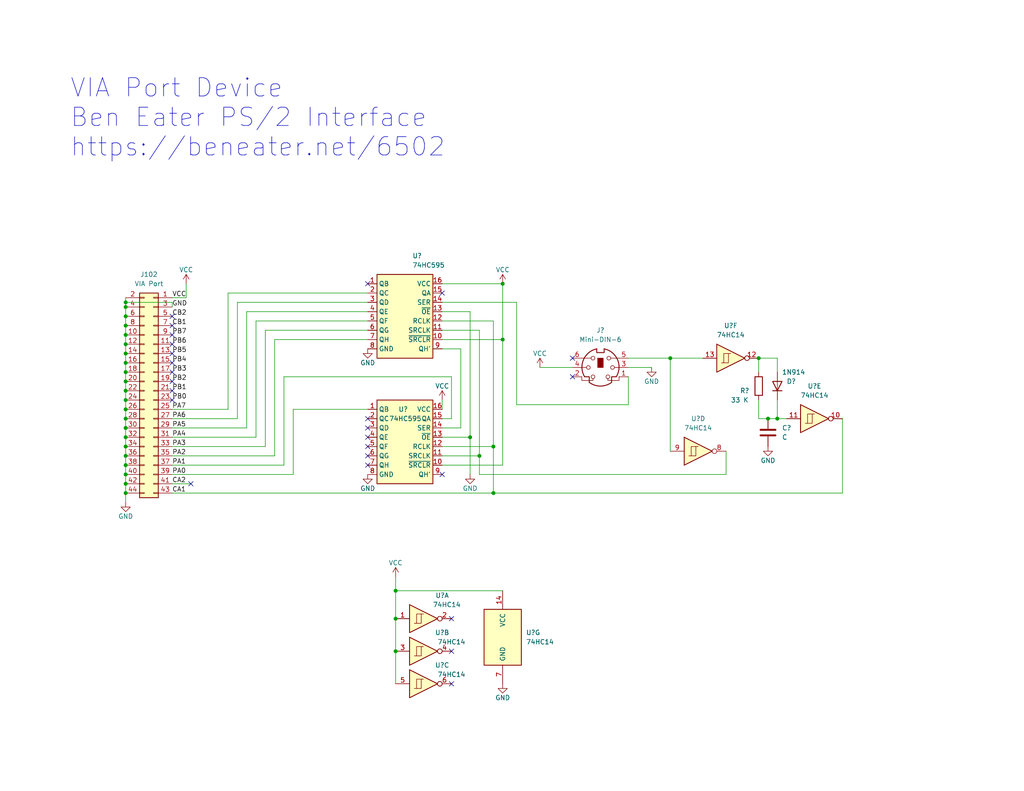
<source format=kicad_sch>
(kicad_sch (version 20211123) (generator eeschema)
  (paper "A")
  (lib_symbols
    (symbol "74xx:74HC14" (pin_names (offset 1.016))
      (property "Reference" "U" (at 0 1.27 0))
      (property "Value" "74HC14" (at 0 -1.27 0))
      (symbol "74HC14_1_0"
        (polyline (pts (xy -3.81 3.81) (xy -3.81 -3.81) (xy 3.81 0) (xy -3.81 3.81)) (stroke (width 0.254)) (fill (type background)))
        (pin input line (at -7.62 0 0) (length 3.81) (name "~") (number "1"))
        (pin output inverted (at 7.62 0 180) (length 3.81) (name "~") (number "2"))
      )
      (symbol "74HC14_1_1"
        (polyline (pts (xy -1.905 -1.27) (xy -1.905 1.27) (xy -0.635 1.27)))
        (polyline (pts (xy -2.54 -1.27) (xy -0.635 -1.27) (xy -0.635 1.27) (xy 0 1.27)))
      )
      (symbol "74HC14_2_0"
        (polyline (pts (xy -3.81 3.81) (xy -3.81 -3.81) (xy 3.81 0) (xy -3.81 3.81)) (stroke (width 0.254)) (fill (type background)))
        (pin input line (at -7.62 0 0) (length 3.81) (name "~") (number "3"))
        (pin output inverted (at 7.62 0 180) (length 3.81) (name "~") (number "4"))
      )
      (symbol "74HC14_2_1"
        (polyline (pts (xy -1.905 -1.27) (xy -1.905 1.27) (xy -0.635 1.27)))
        (polyline (pts (xy -2.54 -1.27) (xy -0.635 -1.27) (xy -0.635 1.27) (xy 0 1.27)))
      )
      (symbol "74HC14_3_0"
        (polyline (pts (xy -3.81 3.81) (xy -3.81 -3.81) (xy 3.81 0) (xy -3.81 3.81)) (stroke (width 0.254)) (fill (type background)))
        (pin input line (at -7.62 0 0) (length 3.81) (name "~") (number "5"))
        (pin output inverted (at 7.62 0 180) (length 3.81) (name "~") (number "6"))
      )
      (symbol "74HC14_3_1"
        (polyline (pts (xy -1.905 -1.27) (xy -1.905 1.27) (xy -0.635 1.27)))
        (polyline (pts (xy -2.54 -1.27) (xy -0.635 -1.27) (xy -0.635 1.27) (xy 0 1.27)))
      )
      (symbol "74HC14_4_0"
        (polyline (pts (xy -3.81 3.81) (xy -3.81 -3.81) (xy 3.81 0) (xy -3.81 3.81)) (stroke (width 0.254)) (fill (type background)))
        (pin output inverted (at 7.62 0 180) (length 3.81) (name "~") (number "8"))
        (pin input line (at -7.62 0 0) (length 3.81) (name "~") (number "9"))
      )
      (symbol "74HC14_4_1"
        (polyline (pts (xy -1.905 -1.27) (xy -1.905 1.27) (xy -0.635 1.27)))
        (polyline (pts (xy -2.54 -1.27) (xy -0.635 -1.27) (xy -0.635 1.27) (xy 0 1.27)))
      )
      (symbol "74HC14_5_0"
        (polyline (pts (xy -3.81 3.81) (xy -3.81 -3.81) (xy 3.81 0) (xy -3.81 3.81)) (stroke (width 0.254)) (fill (type background)))
        (pin output inverted (at 7.62 0 180) (length 3.81) (name "~") (number "10"))
        (pin input line (at -7.62 0 0) (length 3.81) (name "~") (number "11"))
      )
      (symbol "74HC14_5_1"
        (polyline (pts (xy -1.905 -1.27) (xy -1.905 1.27) (xy -0.635 1.27)))
        (polyline (pts (xy -2.54 -1.27) (xy -0.635 -1.27) (xy -0.635 1.27) (xy 0 1.27)))
      )
      (symbol "74HC14_6_0"
        (polyline (pts (xy -3.81 3.81) (xy -3.81 -3.81) (xy 3.81 0) (xy -3.81 3.81)) (stroke (width 0.254)) (fill (type background)))
        (pin output inverted (at 7.62 0 180) (length 3.81) (name "~") (number "12"))
        (pin input line (at -7.62 0 0) (length 3.81) (name "~") (number "13"))
      )
      (symbol "74HC14_6_1"
        (polyline (pts (xy -1.905 -1.27) (xy -1.905 1.27) (xy -0.635 1.27)))
        (polyline (pts (xy -2.54 -1.27) (xy -0.635 -1.27) (xy -0.635 1.27) (xy 0 1.27)))
      )
      (symbol "74HC14_7_0"
        (pin power_in line (at 0 12.7 270) (length 5.08) (name "VCC") (number "14"))
        (pin power_in line (at 0 -12.7 90) (length 5.08) (name "GND") (number "7"))
      )
      (symbol "74HC14_7_1"
        (rectangle (start -5.08 7.62) (end 5.08 -7.62) (stroke (width 0.254)) (fill (type background)))
      )
    )
    (symbol "74xx:74HC595"
      (property "Reference" "U?" (at 2.0194 16.51 0))
      (property "Value" "74HC595" (at 2.0194 13.97 0))
      (symbol "74HC595_1_0"
        (pin tri_state line (at -10.16 8.89 0) (length 2.54) (name "QB") (number "1"))
        (pin input line (at 10.16 -6.35 180) (length 2.54) (name "~{SRCLR}") (number "10"))
        (pin input line (at 10.16 -3.81 180) (length 2.54) (name "SRCLK") (number "11"))
        (pin input line (at 10.16 -1.27 180) (length 2.54) (name "RCLK") (number "12"))
        (pin input line (at 10.16 1.27 180) (length 2.54) (name "~{OE}") (number "13"))
        (pin input line (at 10.16 3.81 180) (length 2.54) (name "SER") (number "14"))
        (pin tri_state line (at 10.16 6.35 180) (length 2.54) (name "QA") (number "15"))
        (pin power_in line (at 10.16 8.89 180) (length 2.54) (name "VCC") (number "16"))
        (pin tri_state line (at -10.16 6.35 0) (length 2.54) (name "QC") (number "2"))
        (pin tri_state line (at -10.16 3.81 0) (length 2.54) (name "QD") (number "3"))
        (pin tri_state line (at -10.16 1.27 0) (length 2.54) (name "QE") (number "4"))
        (pin tri_state line (at -10.16 -1.27 0) (length 2.54) (name "QF") (number "5"))
        (pin tri_state line (at -10.16 -3.81 0) (length 2.54) (name "QG") (number "6"))
        (pin tri_state line (at -10.16 -6.35 0) (length 2.54) (name "QH") (number "7"))
        (pin power_in line (at -10.16 -8.89 0) (length 2.54) (name "GND") (number "8"))
        (pin output line (at 10.16 -8.89 180) (length 2.54) (name "QH'") (number "9"))
      )
      (symbol "74HC595_1_1"
        (rectangle (start -7.62 11.43) (end 7.62 -11.43) (stroke (width 0.254)) (fill (type background)))
      )
    )
    (symbol "Connector:Mini-DIN-6" (pin_names (offset 1.016))
      (property "Reference" "J" (at 0 6.35 0))
      (property "Value" "Mini-DIN-6" (at 0 -6.35 0))
      (symbol "Mini-DIN-6_0_1"
        (circle (center -3.302 0) (radius 0.508))
        (arc (start -3.048 -4.064) (mid 0 -5.08) (end 3.048 -4.064) (stroke (width 0.254)))
        (circle (center -2.032 -2.54) (radius 0.508))
        (circle (center -2.032 2.54) (radius 0.508))
        (arc (start -1.016 5.08) (mid -4.6228 2.1214) (end -4.318 -2.54) (stroke (width 0.254)))
        (rectangle (start -0.762 2.54) (end 0.762 0) (fill (type outline)))
        (polyline (pts (xy -3.81 0) (xy -5.08 0)))
        (polyline (pts (xy -2.54 2.54) (xy -5.08 2.54)))
        (polyline (pts (xy 2.794 2.54) (xy 5.08 2.54)))
        (polyline (pts (xy 5.08 0) (xy 3.81 0)))
        (polyline (pts (xy -4.318 -2.54) (xy -3.048 -2.54) (xy -3.048 -4.064)) (stroke (width 0.254)))
        (polyline (pts (xy 4.318 -2.54) (xy 3.048 -2.54) (xy 3.048 -4.064)) (stroke (width 0.254)))
        (polyline (pts (xy -2.032 -3.048) (xy -2.032 -3.556) (xy -5.08 -3.556) (xy -5.08 -2.54)))
        (polyline (pts (xy -1.016 5.08) (xy -1.016 4.064) (xy 1.016 4.064) (xy 1.016 5.08)) (stroke (width 0.254)))
        (polyline (pts (xy 2.032 -3.048) (xy 2.032 -3.556) (xy 5.08 -3.556) (xy 5.08 -2.54)))
        (circle (center 2.032 -2.54) (radius 0.508))
        (circle (center 2.286 2.54) (radius 0.508))
        (circle (center 3.302 0) (radius 0.508))
        (arc (start 4.318 -2.54) (mid 4.6661 2.1322) (end 1.016 5.08) (stroke (width 0.254)))
      )
      (symbol "Mini-DIN-6_1_1"
        (pin passive line (at 7.62 -2.54 180) (length 2.54) (name "~") (number "1"))
        (pin passive line (at -7.62 -2.54 0) (length 2.54) (name "~") (number "2"))
        (pin passive line (at 7.62 0 180) (length 2.54) (name "~") (number "3"))
        (pin passive line (at -7.62 0 0) (length 2.54) (name "~") (number "4"))
        (pin passive line (at 7.62 2.54 180) (length 2.54) (name "~") (number "5"))
        (pin passive line (at -7.62 2.54 0) (length 2.54) (name "~") (number "6"))
      )
    )
    (symbol "Connector_Generic:Conn_02x22_Odd_Even" (pin_names (offset 1.016) hide)
      (property "Reference" "J" (at 1.27 27.94 0))
      (property "Value" "Conn_02x22_Odd_Even" (at 1.27 -30.48 0))
      (symbol "Conn_02x22_Odd_Even_1_1"
        (rectangle (start -1.27 -27.813) (end 0 -28.067) (stroke (width 0.1524)))
        (rectangle (start -1.27 -25.273) (end 0 -25.527) (stroke (width 0.1524)))
        (rectangle (start -1.27 -22.733) (end 0 -22.987) (stroke (width 0.1524)))
        (rectangle (start -1.27 -20.193) (end 0 -20.447) (stroke (width 0.1524)))
        (rectangle (start -1.27 -17.653) (end 0 -17.907) (stroke (width 0.1524)))
        (rectangle (start -1.27 -15.113) (end 0 -15.367) (stroke (width 0.1524)))
        (rectangle (start -1.27 -12.573) (end 0 -12.827) (stroke (width 0.1524)))
        (rectangle (start -1.27 -10.033) (end 0 -10.287) (stroke (width 0.1524)))
        (rectangle (start -1.27 -7.493) (end 0 -7.747) (stroke (width 0.1524)))
        (rectangle (start -1.27 -4.953) (end 0 -5.207) (stroke (width 0.1524)))
        (rectangle (start -1.27 -2.413) (end 0 -2.667) (stroke (width 0.1524)))
        (rectangle (start -1.27 0.127) (end 0 -0.127) (stroke (width 0.1524)))
        (rectangle (start -1.27 2.667) (end 0 2.413) (stroke (width 0.1524)))
        (rectangle (start -1.27 5.207) (end 0 4.953) (stroke (width 0.1524)))
        (rectangle (start -1.27 7.747) (end 0 7.493) (stroke (width 0.1524)))
        (rectangle (start -1.27 10.287) (end 0 10.033) (stroke (width 0.1524)))
        (rectangle (start -1.27 12.827) (end 0 12.573) (stroke (width 0.1524)))
        (rectangle (start -1.27 15.367) (end 0 15.113) (stroke (width 0.1524)))
        (rectangle (start -1.27 17.907) (end 0 17.653) (stroke (width 0.1524)))
        (rectangle (start -1.27 20.447) (end 0 20.193) (stroke (width 0.1524)))
        (rectangle (start -1.27 22.987) (end 0 22.733) (stroke (width 0.1524)))
        (rectangle (start -1.27 25.527) (end 0 25.273) (stroke (width 0.1524)))
        (rectangle (start -1.27 26.67) (end 3.81 -29.21) (stroke (width 0.254)) (fill (type background)))
        (rectangle (start 3.81 -27.813) (end 2.54 -28.067) (stroke (width 0.1524)))
        (rectangle (start 3.81 -25.273) (end 2.54 -25.527) (stroke (width 0.1524)))
        (rectangle (start 3.81 -22.733) (end 2.54 -22.987) (stroke (width 0.1524)))
        (rectangle (start 3.81 -20.193) (end 2.54 -20.447) (stroke (width 0.1524)))
        (rectangle (start 3.81 -17.653) (end 2.54 -17.907) (stroke (width 0.1524)))
        (rectangle (start 3.81 -15.113) (end 2.54 -15.367) (stroke (width 0.1524)))
        (rectangle (start 3.81 -12.573) (end 2.54 -12.827) (stroke (width 0.1524)))
        (rectangle (start 3.81 -10.033) (end 2.54 -10.287) (stroke (width 0.1524)))
        (rectangle (start 3.81 -7.493) (end 2.54 -7.747) (stroke (width 0.1524)))
        (rectangle (start 3.81 -4.953) (end 2.54 -5.207) (stroke (width 0.1524)))
        (rectangle (start 3.81 -2.413) (end 2.54 -2.667) (stroke (width 0.1524)))
        (rectangle (start 3.81 0.127) (end 2.54 -0.127) (stroke (width 0.1524)))
        (rectangle (start 3.81 2.667) (end 2.54 2.413) (stroke (width 0.1524)))
        (rectangle (start 3.81 5.207) (end 2.54 4.953) (stroke (width 0.1524)))
        (rectangle (start 3.81 7.747) (end 2.54 7.493) (stroke (width 0.1524)))
        (rectangle (start 3.81 10.287) (end 2.54 10.033) (stroke (width 0.1524)))
        (rectangle (start 3.81 12.827) (end 2.54 12.573) (stroke (width 0.1524)))
        (rectangle (start 3.81 15.367) (end 2.54 15.113) (stroke (width 0.1524)))
        (rectangle (start 3.81 17.907) (end 2.54 17.653) (stroke (width 0.1524)))
        (rectangle (start 3.81 20.447) (end 2.54 20.193) (stroke (width 0.1524)))
        (rectangle (start 3.81 22.987) (end 2.54 22.733) (stroke (width 0.1524)))
        (rectangle (start 3.81 25.527) (end 2.54 25.273) (stroke (width 0.1524)))
        (pin passive line (at -5.08 25.4 0) (length 3.81) (name "Pin_1") (number "1"))
        (pin passive line (at 7.62 15.24 180) (length 3.81) (name "Pin_10") (number "10"))
        (pin passive line (at -5.08 12.7 0) (length 3.81) (name "Pin_11") (number "11"))
        (pin passive line (at 7.62 12.7 180) (length 3.81) (name "Pin_12") (number "12"))
        (pin passive line (at -5.08 10.16 0) (length 3.81) (name "Pin_13") (number "13"))
        (pin passive line (at 7.62 10.16 180) (length 3.81) (name "Pin_14") (number "14"))
        (pin passive line (at -5.08 7.62 0) (length 3.81) (name "Pin_15") (number "15"))
        (pin passive line (at 7.62 7.62 180) (length 3.81) (name "Pin_16") (number "16"))
        (pin passive line (at -5.08 5.08 0) (length 3.81) (name "Pin_17") (number "17"))
        (pin passive line (at 7.62 5.08 180) (length 3.81) (name "Pin_18") (number "18"))
        (pin passive line (at -5.08 2.54 0) (length 3.81) (name "Pin_19") (number "19"))
        (pin passive line (at 7.62 25.4 180) (length 3.81) (name "Pin_2") (number "2"))
        (pin passive line (at 7.62 2.54 180) (length 3.81) (name "Pin_20") (number "20"))
        (pin passive line (at -5.08 0 0) (length 3.81) (name "Pin_21") (number "21"))
        (pin passive line (at 7.62 0 180) (length 3.81) (name "Pin_22") (number "22"))
        (pin passive line (at -5.08 -2.54 0) (length 3.81) (name "Pin_23") (number "23"))
        (pin passive line (at 7.62 -2.54 180) (length 3.81) (name "Pin_24") (number "24"))
        (pin passive line (at -5.08 -5.08 0) (length 3.81) (name "Pin_25") (number "25"))
        (pin passive line (at 7.62 -5.08 180) (length 3.81) (name "Pin_26") (number "26"))
        (pin passive line (at -5.08 -7.62 0) (length 3.81) (name "Pin_27") (number "27"))
        (pin passive line (at 7.62 -7.62 180) (length 3.81) (name "Pin_28") (number "28"))
        (pin passive line (at -5.08 -10.16 0) (length 3.81) (name "Pin_29") (number "29"))
        (pin passive line (at -5.08 22.86 0) (length 3.81) (name "Pin_3") (number "3"))
        (pin passive line (at 7.62 -10.16 180) (length 3.81) (name "Pin_30") (number "30"))
        (pin passive line (at -5.08 -12.7 0) (length 3.81) (name "Pin_31") (number "31"))
        (pin passive line (at 7.62 -12.7 180) (length 3.81) (name "Pin_32") (number "32"))
        (pin passive line (at -5.08 -15.24 0) (length 3.81) (name "Pin_33") (number "33"))
        (pin passive line (at 7.62 -15.24 180) (length 3.81) (name "Pin_34") (number "34"))
        (pin passive line (at -5.08 -17.78 0) (length 3.81) (name "Pin_35") (number "35"))
        (pin passive line (at 7.62 -17.78 180) (length 3.81) (name "Pin_36") (number "36"))
        (pin passive line (at -5.08 -20.32 0) (length 3.81) (name "Pin_37") (number "37"))
        (pin passive line (at 7.62 -20.32 180) (length 3.81) (name "Pin_38") (number "38"))
        (pin passive line (at -5.08 -22.86 0) (length 3.81) (name "Pin_39") (number "39"))
        (pin passive line (at 7.62 22.86 180) (length 3.81) (name "Pin_4") (number "4"))
        (pin passive line (at 7.62 -22.86 180) (length 3.81) (name "Pin_40") (number "40"))
        (pin passive line (at -5.08 -25.4 0) (length 3.81) (name "Pin_41") (number "41"))
        (pin passive line (at 7.62 -25.4 180) (length 3.81) (name "Pin_42") (number "42"))
        (pin passive line (at -5.08 -27.94 0) (length 3.81) (name "Pin_43") (number "43"))
        (pin passive line (at 7.62 -27.94 180) (length 3.81) (name "Pin_44") (number "44"))
        (pin passive line (at -5.08 20.32 0) (length 3.81) (name "Pin_5") (number "5"))
        (pin passive line (at 7.62 20.32 180) (length 3.81) (name "Pin_6") (number "6"))
        (pin passive line (at -5.08 17.78 0) (length 3.81) (name "Pin_7") (number "7"))
        (pin passive line (at 7.62 17.78 180) (length 3.81) (name "Pin_8") (number "8"))
        (pin passive line (at -5.08 15.24 0) (length 3.81) (name "Pin_9") (number "9"))
      )
    )
    (symbol "Device:C" (pin_numbers hide) (pin_names (offset 0.254))
      (property "Reference" "C" (at 0.635 2.54 0))
      (property "Value" "C" (at 0.635 -2.54 0))
      (symbol "C_0_1"
        (polyline (pts (xy -2.032 -0.762) (xy 2.032 -0.762)) (stroke (width 0.508)))
        (polyline (pts (xy -2.032 0.762) (xy 2.032 0.762)) (stroke (width 0.508)))
      )
      (symbol "C_1_1"
        (pin passive line (at 0 3.81 270) (length 2.794) (name "~") (number "1"))
        (pin passive line (at 0 -3.81 90) (length 2.794) (name "~") (number "2"))
      )
    )
    (symbol "Device:R" (pin_numbers hide) (pin_names (offset 0))
      (property "Reference" "R" (at 2.032 0 90))
      (property "Value" "R" (at 0 0 90))
      (symbol "R_0_1"
        (rectangle (start -1.016 -2.54) (end 1.016 2.54) (stroke (width 0.254)))
      )
      (symbol "R_1_1"
        (pin passive line (at 0 3.81 270) (length 1.27) (name "~") (number "1"))
        (pin passive line (at 0 -3.81 90) (length 1.27) (name "~") (number "2"))
      )
    )
    (symbol "Diode:1N914" (pin_numbers hide) (pin_names hide)
      (property "Reference" "D" (at 0 2.54 0))
      (property "Value" "1N914" (at 0 -2.54 0))
      (symbol "1N914_0_1"
        (polyline (pts (xy -1.27 1.27) (xy -1.27 -1.27)) (stroke (width 0.254)))
        (polyline (pts (xy 1.27 0) (xy -1.27 0)))
        (polyline (pts (xy 1.27 1.27) (xy 1.27 -1.27) (xy -1.27 0) (xy 1.27 1.27)) (stroke (width 0.254)))
      )
      (symbol "1N914_1_1"
        (pin passive line (at -3.81 0 0) (length 2.54) (name "K") (number "1"))
        (pin passive line (at 3.81 0 180) (length 2.54) (name "A") (number "2"))
      )
    )
    (symbol "GND_2" (power) (pin_names (offset 0))
      (property "Value" "GND_2" (at 0 -3.81 0))
      (symbol "GND_2_0_1"
        (polyline (pts (xy 0 0) (xy 0 -1.27) (xy 1.27 -1.27) (xy 0 -2.54) (xy -1.27 -1.27) (xy 0 -1.27)))
      )
      (symbol "GND_2_1_1"
        (pin power_in line (at 0 0 270) (length 0) hide (name "GND") (number "1"))
      )
    )
    (symbol "power:VCC" (power) (pin_names (offset 0))
      (property "Value" "VCC" (at 0 3.81 0))
      (symbol "VCC_0_1"
        (polyline (pts (xy -0.762 1.27) (xy 0 2.54)))
        (polyline (pts (xy 0 0) (xy 0 2.54)))
        (polyline (pts (xy 0 2.54) (xy 0.762 1.27)))
      )
      (symbol "VCC_1_1"
        (pin power_in line (at 0 0 90) (length 0) hide (name "VCC") (number "1"))
      )
    )
  )
  (junction (at 34.29 119.38))
  (junction (at 34.29 127))
  (junction (at 34.29 132.08))
  (junction (at 34.29 86.36))
  (junction (at 34.29 116.84))
  (junction (at 212.09 114.3))
  (junction (at 34.29 111.76))
  (junction (at 34.29 106.68))
  (junction (at 134.62 134.62))
  (junction (at 137.16 92.71))
  (junction (at 34.29 114.3))
  (junction (at 34.29 99.06))
  (junction (at 34.29 101.6))
  (junction (at 130.81 124.46))
  (junction (at 34.29 83.82))
  (junction (at 34.29 124.46))
  (junction (at 107.95 161.29))
  (junction (at 34.29 93.98))
  (junction (at 134.62 121.92))
  (junction (at 137.16 77.47))
  (junction (at 34.29 129.54))
  (junction (at 207.01 97.79))
  (junction (at 128.27 119.38))
  (junction (at 209.55 114.3))
  (junction (at 107.95 168.91))
  (junction (at 182.88 97.79))
  (junction (at 34.29 109.22))
  (junction (at 34.29 104.14))
  (junction (at 34.29 96.52))
  (junction (at 34.29 91.44))
  (junction (at 34.29 134.62))
  (junction (at 34.29 82.55))
  (junction (at 34.29 88.9))
  (junction (at 34.29 121.92))
  (junction (at 107.95 177.8))
  (no_connect (at 52.07 132.08))
  (no_connect (at 100.33 124.46))
  (no_connect (at 100.33 77.47))
  (no_connect (at 156.21 97.79))
  (no_connect (at 46.99 104.14))
  (no_connect (at 123.19 168.91))
  (no_connect (at 156.21 102.87))
  (no_connect (at 46.99 101.6))
  (no_connect (at 100.33 127))
  (no_connect (at 100.33 119.38))
  (no_connect (at 46.99 86.36))
  (no_connect (at 120.65 80.01))
  (no_connect (at 100.33 116.84))
  (no_connect (at 46.99 96.52))
  (no_connect (at 46.99 91.44))
  (no_connect (at 46.99 88.9))
  (no_connect (at 46.99 99.06))
  (no_connect (at 123.19 186.69))
  (no_connect (at 46.99 109.22))
  (no_connect (at 123.19 177.8))
  (no_connect (at 100.33 121.92))
  (no_connect (at 120.65 129.54))
  (no_connect (at 100.33 114.3))
  (no_connect (at 46.99 93.98))
  (no_connect (at 46.99 106.68))
  (wire (pts (xy 171.45 102.87) (xy 171.45 110.49)))
  (wire (pts (xy 34.29 86.36) (xy 34.29 88.9)))
  (wire (pts (xy 72.39 90.17) (xy 72.39 121.92)))
  (wire (pts (xy 69.85 119.38) (xy 46.99 119.38)))
  (wire (pts (xy 64.77 114.3) (xy 46.99 114.3)))
  (wire (pts (xy 212.09 114.3) (xy 214.63 114.3)))
  (wire (pts (xy 120.65 87.63) (xy 134.62 87.63)))
  (wire (pts (xy 100.33 85.09) (xy 67.31 85.09)))
  (wire (pts (xy 207.01 97.79) (xy 207.01 101.6)))
  (wire (pts (xy 107.95 161.29) (xy 107.95 168.91)))
  (wire (pts (xy 34.29 88.9) (xy 34.29 91.44)))
  (wire (pts (xy 130.81 129.54) (xy 130.81 124.46)))
  (wire (pts (xy 77.47 102.87) (xy 77.47 127)))
  (wire (pts (xy 69.85 87.63) (xy 69.85 119.38)))
  (wire (pts (xy 120.65 124.46) (xy 130.81 124.46)))
  (wire (pts (xy 120.65 92.71) (xy 137.16 92.71)))
  (wire (pts (xy 137.16 92.71) (xy 137.16 77.47)))
  (wire (pts (xy 182.88 97.79) (xy 182.88 123.19)))
  (wire (pts (xy 34.29 121.92) (xy 34.29 124.46)))
  (wire (pts (xy 100.33 90.17) (xy 72.39 90.17)))
  (wire (pts (xy 62.23 111.76) (xy 46.99 111.76)))
  (wire (pts (xy 120.65 95.25) (xy 125.73 95.25)))
  (wire (pts (xy 46.99 83.82) (xy 46.99 82.55)))
  (wire (pts (xy 34.29 109.22) (xy 34.29 111.76)))
  (wire (pts (xy 229.87 114.3) (xy 229.87 134.62)))
  (wire (pts (xy 74.93 124.46) (xy 46.99 124.46)))
  (wire (pts (xy 207.01 114.3) (xy 209.55 114.3)))
  (wire (pts (xy 34.29 81.28) (xy 34.29 82.55)))
  (wire (pts (xy 34.29 132.08) (xy 34.29 134.62)))
  (wire (pts (xy 34.29 119.38) (xy 34.29 121.92)))
  (wire (pts (xy 80.01 129.54) (xy 46.99 129.54)))
  (wire (pts (xy 130.81 90.17) (xy 130.81 124.46)))
  (wire (pts (xy 34.29 114.3) (xy 34.29 116.84)))
  (wire (pts (xy 134.62 134.62) (xy 229.87 134.62)))
  (wire (pts (xy 120.65 119.38) (xy 128.27 119.38)))
  (wire (pts (xy 120.65 127) (xy 137.16 127)))
  (wire (pts (xy 34.29 101.6) (xy 34.29 104.14)))
  (wire (pts (xy 212.09 97.79) (xy 207.01 97.79)))
  (wire (pts (xy 74.93 92.71) (xy 74.93 124.46)))
  (wire (pts (xy 34.29 127) (xy 34.29 129.54)))
  (wire (pts (xy 125.73 116.84) (xy 120.65 116.84)))
  (wire (pts (xy 182.88 97.79) (xy 191.77 97.79)))
  (wire (pts (xy 100.33 92.71) (xy 74.93 92.71)))
  (wire (pts (xy 67.31 85.09) (xy 67.31 116.84)))
  (wire (pts (xy 137.16 127) (xy 137.16 92.71)))
  (wire (pts (xy 137.16 161.29) (xy 107.95 161.29)))
  (wire (pts (xy 77.47 127) (xy 46.99 127)))
  (wire (pts (xy 107.95 157.48) (xy 107.95 161.29)))
  (wire (pts (xy 198.12 123.19) (xy 198.12 129.54)))
  (wire (pts (xy 128.27 119.38) (xy 128.27 129.54)))
  (wire (pts (xy 171.45 110.49) (xy 140.97 110.49)))
  (wire (pts (xy 137.16 77.47) (xy 120.65 77.47)))
  (wire (pts (xy 34.29 96.52) (xy 34.29 99.06)))
  (wire (pts (xy 34.29 116.84) (xy 34.29 119.38)))
  (wire (pts (xy 50.8 81.28) (xy 46.99 81.28)))
  (wire (pts (xy 128.27 85.09) (xy 128.27 119.38)))
  (wire (pts (xy 67.31 116.84) (xy 46.99 116.84)))
  (wire (pts (xy 100.33 82.55) (xy 64.77 82.55)))
  (wire (pts (xy 34.29 93.98) (xy 34.29 96.52)))
  (wire (pts (xy 171.45 97.79) (xy 182.88 97.79)))
  (wire (pts (xy 46.99 82.55) (xy 34.29 82.55)))
  (wire (pts (xy 100.33 111.76) (xy 80.01 111.76)))
  (wire (pts (xy 212.09 97.79) (xy 212.09 101.6)))
  (wire (pts (xy 62.23 80.01) (xy 62.23 111.76)))
  (wire (pts (xy 125.73 95.25) (xy 125.73 116.84)))
  (wire (pts (xy 34.29 99.06) (xy 34.29 101.6)))
  (wire (pts (xy 134.62 87.63) (xy 134.62 121.92)))
  (wire (pts (xy 34.29 106.68) (xy 34.29 109.22)))
  (wire (pts (xy 120.65 121.92) (xy 134.62 121.92)))
  (wire (pts (xy 80.01 111.76) (xy 80.01 129.54)))
  (wire (pts (xy 64.77 82.55) (xy 64.77 114.3)))
  (wire (pts (xy 212.09 109.22) (xy 212.09 114.3)))
  (wire (pts (xy 34.29 82.55) (xy 34.29 83.82)))
  (wire (pts (xy 207.01 109.22) (xy 207.01 114.3)))
  (wire (pts (xy 209.55 114.3) (xy 212.09 114.3)))
  (wire (pts (xy 34.29 111.76) (xy 34.29 114.3)))
  (wire (pts (xy 34.29 129.54) (xy 34.29 132.08)))
  (wire (pts (xy 134.62 121.92) (xy 134.62 134.62)))
  (wire (pts (xy 46.99 134.62) (xy 134.62 134.62)))
  (wire (pts (xy 123.19 114.3) (xy 123.19 102.87)))
  (wire (pts (xy 107.95 168.91) (xy 107.95 177.8)))
  (wire (pts (xy 120.65 85.09) (xy 128.27 85.09)))
  (wire (pts (xy 120.65 109.22) (xy 120.65 111.76)))
  (wire (pts (xy 34.29 124.46) (xy 34.29 127)))
  (wire (pts (xy 123.19 102.87) (xy 77.47 102.87)))
  (wire (pts (xy 34.29 134.62) (xy 34.29 137.16)))
  (wire (pts (xy 140.97 82.55) (xy 120.65 82.55)))
  (wire (pts (xy 107.95 177.8) (xy 107.95 186.69)))
  (wire (pts (xy 130.81 90.17) (xy 120.65 90.17)))
  (wire (pts (xy 120.65 114.3) (xy 123.19 114.3)))
  (wire (pts (xy 34.29 104.14) (xy 34.29 106.68)))
  (wire (pts (xy 198.12 129.54) (xy 130.81 129.54)))
  (wire (pts (xy 72.39 121.92) (xy 46.99 121.92)))
  (wire (pts (xy 140.97 110.49) (xy 140.97 82.55)))
  (wire (pts (xy 147.32 100.33) (xy 156.21 100.33)))
  (wire (pts (xy 100.33 87.63) (xy 69.85 87.63)))
  (wire (pts (xy 52.07 132.08) (xy 46.99 132.08)))
  (wire (pts (xy 34.29 91.44) (xy 34.29 93.98)))
  (wire (pts (xy 50.8 77.47) (xy 50.8 81.28)))
  (wire (pts (xy 177.8 100.33) (xy 171.45 100.33)))
  (wire (pts (xy 100.33 80.01) (xy 62.23 80.01)))
  (wire (pts (xy 34.29 83.82) (xy 34.29 86.36)))
  (text "VIA Port Device\nBen Eater PS/2 Interface\nhttps://beneater.net/6502\n" (at 19.05 43.18 0) (effects (font (size 5 5)) (justify left bottom)))
  (label "PB0" (at 46.99 109.22 0))
  (label "CB2" (at 46.99 86.36 0))
  (label "CA1" (at 46.99 134.62 0))
  (label "GND" (at 46.99 83.82 0))
  (label "PB6" (at 46.99 93.98 0))
  (label "PA4" (at 46.99 119.38 0))
  (label "PB1" (at 46.99 106.68 0))
  (label "PA5" (at 46.99 116.84 0))
  (label "PA1" (at 46.99 127 0))
  (label "PA3" (at 46.99 121.92 0))
  (label "PA7" (at 46.99 111.76 0))
  (label "VCC" (at 46.99 81.28 0))
  (label "PB3" (at 46.99 101.6 0))
  (label "CB1" (at 46.99 88.9 0))
  (label "PA0" (at 46.99 129.54 0))
  (label "PA2" (at 46.99 124.46 0))
  (label "PB7" (at 46.99 91.44 0))
  (label "PA6" (at 46.99 114.3 0))
  (label "CA2" (at 46.99 132.08 0))
  (label "PB2" (at 46.99 104.14 0))
  (label "PB5" (at 46.99 96.52 0))
  (label "PB4" (at 46.99 99.06 0))
  (symbol (lib_id "74xx:74HC595") (at 110.49 86.36 0) (unit 1)
    (property "Reference" "U?" (at 112.5094 69.85 0) (effects (justify left)))
    (property "Value" "74HC595" (at 112.5094 72.39 0) (effects (justify left)))
    (property "Datasheet" "http://www.ti.com/lit/ds/symlink/sn74hc595.pdf" (effects hide))
  )
  (symbol (lib_id "Device:C") (at 209.55 118.11 0) (unit 1)
    (property "Reference" "C?" (at 213.36 116.8399 0) (effects (justify left)))
    (property "Value" "C" (at 213.36 119.3799 0) (effects (justify left)))
  )
  (symbol (lib_name "GND_2") (lib_id "power:GND") (at 100.33 129.54 0) (unit 1)
    (property "Reference" "#PWR?" (effects hide))
    (property "Value" "GND" (at 100.33 133.35 0))
  )
  (symbol (lib_id "Diode:1N914") (at 212.09 105.41 270) (mirror x) (unit 1)
    (property "Reference" "D?" (at 214.63 104.1399 90) (effects (justify left)))
    (property "Value" "1N914" (at 213.36 101.5999 90) (effects (justify left)))
    (property "Footprint" "Diode_THT:D_DO-35_SOD27_P7.62mm_Horizontal" (effects hide))
    (property "Datasheet" "http://www.vishay.com/docs/85622/1n914.pdf" (effects hide))
  )
  (symbol (lib_id "74xx:74HC14") (at 199.39 97.79 0) (unit 6)
    (property "Reference" "U?" (at 199.39 88.9 0))
    (property "Value" "74HC14" (at 199.39 91.44 0))
    (property "Datasheet" "http://www.ti.com/lit/gpn/sn74HC14" (effects hide))
  )
  (symbol (lib_id "74xx:74HC14") (at 137.16 173.99 0) (unit 7)
    (property "Reference" "U?" (at 143.51 172.7199 0) (effects (justify left)))
    (property "Value" "74HC14" (at 143.51 175.2599 0) (effects (justify left)))
    (property "Datasheet" "http://www.ti.com/lit/gpn/sn74HC14" (effects hide))
  )
  (symbol (lib_id "Connector:Mini-DIN-6") (at 163.83 100.33 0) (unit 1)
    (property "Reference" "J?" (at 163.8477 90.17 0))
    (property "Value" "Mini-DIN-6" (at 163.8477 92.71 0))
    (property "Datasheet" "http://service.powerdynamics.com/ec/Catalog17/Section%2011.pdf" (effects hide))
  )
  (symbol (lib_name "GND_2") (lib_id "power:GND") (at 137.16 186.69 0) (unit 1)
    (property "Reference" "#PWR?" (effects hide))
    (property "Value" "GND" (at 137.16 190.5 0))
  )
  (symbol (lib_name "GND_2") (lib_id "power:GND") (at 209.55 121.92 0) (unit 1)
    (property "Reference" "#PWR?" (effects hide))
    (property "Value" "GND" (at 209.55 125.73 0))
  )
  (symbol (lib_name "GND_2") (lib_id "power:GND") (at 34.29 137.16 0) (unit 1)
    (property "Reference" "#PWR0218" (effects hide))
    (property "Value" "GND" (at 34.29 140.97 0))
  )
  (symbol (lib_name "GND_2") (lib_id "power:GND") (at 177.8 100.33 0) (unit 1)
    (property "Reference" "#PWR?" (effects hide))
    (property "Value" "GND" (at 177.8 104.14 0))
  )
  (symbol (lib_id "74xx:74HC14") (at 190.5 123.19 0) (unit 4)
    (property "Reference" "U?" (at 190.5 114.3 0))
    (property "Value" "74HC14" (at 190.5 116.84 0))
    (property "Datasheet" "http://www.ti.com/lit/gpn/sn74HC14" (effects hide))
  )
  (symbol (lib_id "power:VCC") (at 147.32 100.33 0) (unit 1)
    (property "Reference" "#PWR?" (effects hide))
    (property "Value" "VCC" (at 147.32 96.52 0))
  )
  (symbol (lib_id "74xx:74HC14") (at 115.57 177.8 0) (unit 2)
    (property "Reference" "U?" (at 120.65 172.72 0))
    (property "Value" "74HC14" (at 123.19 175.26 0))
    (property "Datasheet" "http://www.ti.com/lit/gpn/sn74HC14" (effects hide))
  )
  (symbol (lib_id "Device:R") (at 207.01 105.41 0) (unit 1)
    (property "Reference" "R?" (at 201.93 106.6799 0) (effects (justify left)))
    (property "Value" "33 K" (at 199.39 109.2199 0) (effects (justify left)))
  )
  (symbol (lib_id "Connector_Generic:Conn_02x22_Odd_Even") (at 41.91 106.68 0) (mirror y) (unit 1)
    (property "Reference" "J102" (at 40.64 74.93 0))
    (property "Value" "VIA Port" (at 40.64 77.47 0))
  )
  (symbol (lib_id "power:VCC") (at 50.8 77.47 0) (unit 1)
    (property "Reference" "#PWR0219" (effects hide))
    (property "Value" "VCC" (at 50.8 73.66 0))
  )
  (symbol (lib_id "74xx:74HC14") (at 222.25 114.3 0) (unit 5)
    (property "Reference" "U?" (at 222.25 105.41 0))
    (property "Value" "74HC14" (at 222.25 107.95 0))
    (property "Datasheet" "http://www.ti.com/lit/gpn/sn74HC14" (effects hide))
  )
  (symbol (lib_id "power:VCC") (at 120.65 109.22 0) (unit 1)
    (property "Reference" "#PWR?" (effects hide))
    (property "Value" "VCC" (at 120.65 105.41 0))
  )
  (symbol (lib_id "74xx:74HC595") (at 110.49 120.65 0) (unit 1)
    (property "Reference" "U?" (at 108.6994 111.76 0) (effects (justify left)))
    (property "Value" "74HC595" (at 106.1594 114.3 0) (effects (justify left)))
    (property "Datasheet" "http://www.ti.com/lit/ds/symlink/sn74hc595.pdf" (effects hide))
  )
  (symbol (lib_id "74xx:74HC14") (at 115.57 186.69 0) (unit 3)
    (property "Reference" "U?" (at 120.65 181.61 0))
    (property "Value" "74HC14" (at 123.19 184.15 0))
    (property "Datasheet" "http://www.ti.com/lit/gpn/sn74HC14" (effects hide))
  )
  (symbol (lib_name "GND_2") (lib_id "power:GND") (at 128.27 129.54 0) (unit 1)
    (property "Reference" "#PWR?" (effects hide))
    (property "Value" "GND" (at 128.27 133.35 0))
  )
  (symbol (lib_id "power:VCC") (at 137.16 77.47 0) (unit 1)
    (property "Reference" "#PWR?" (effects hide))
    (property "Value" "VCC" (at 137.16 73.66 0))
  )
  (symbol (lib_id "power:VCC") (at 107.95 157.48 0) (unit 1)
    (property "Reference" "#PWR?" (effects hide))
    (property "Value" "VCC" (at 107.95 153.67 0))
  )
  (symbol (lib_id "74xx:74HC14") (at 115.57 168.91 0) (unit 1)
    (property "Reference" "U?" (at 120.65 162.56 0))
    (property "Value" "74HC14" (at 121.92 165.1 0))
    (property "Datasheet" "http://www.ti.com/lit/gpn/sn74HC14" (effects hide))
  )
  (symbol (lib_name "GND_2") (lib_id "power:GND") (at 100.33 95.25 0) (unit 1)
    (property "Reference" "#PWR?" (effects hide))
    (property "Value" "GND" (at 100.33 99.06 0))
  )
)
</source>
